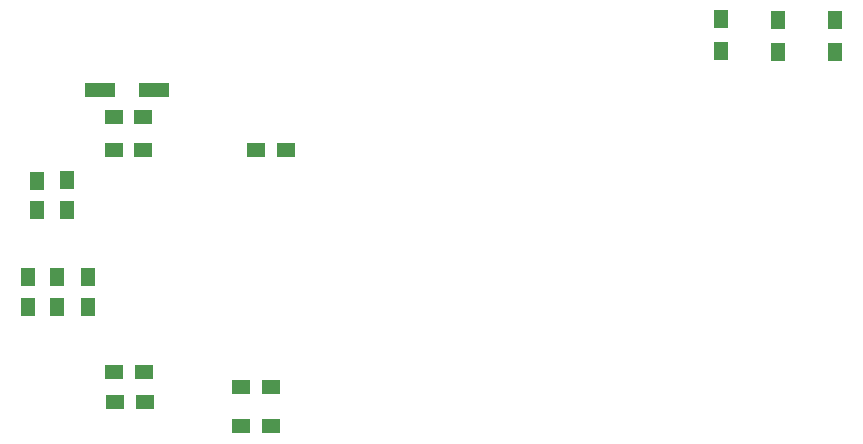
<source format=gbr>
G04 #@! TF.FileFunction,Paste,Bot*
%FSLAX46Y46*%
G04 Gerber Fmt 4.6, Leading zero omitted, Abs format (unit mm)*
G04 Created by KiCad (PCBNEW 4.0.7-e2-6376~58~ubuntu16.04.1) date Tue Apr 16 15:45:19 2019*
%MOMM*%
%LPD*%
G01*
G04 APERTURE LIST*
%ADD10C,0.100000*%
%ADD11R,1.500000X1.250000*%
%ADD12R,1.250000X1.500000*%
%ADD13R,2.598420X1.198880*%
%ADD14R,2.600960X1.198880*%
%ADD15R,1.300000X1.500000*%
G04 APERTURE END LIST*
D10*
D11*
X104751767Y-102097891D03*
X102251767Y-102097891D03*
X104751767Y-99314000D03*
X102251767Y-99314000D03*
X116820000Y-102108000D03*
X114320000Y-102108000D03*
D12*
X100051438Y-115378208D03*
X100051438Y-112878208D03*
X97426326Y-115378208D03*
X97426326Y-112878208D03*
X94971438Y-115358208D03*
X94971438Y-112858208D03*
X95758000Y-107188000D03*
X95758000Y-104688000D03*
D11*
X102283002Y-120921001D03*
X104783002Y-120921001D03*
X115550000Y-122174000D03*
X113050000Y-122174000D03*
D12*
X98298000Y-107168000D03*
X98298000Y-104668000D03*
D11*
X102382000Y-123444000D03*
X104882000Y-123444000D03*
X115550000Y-125476000D03*
X113050000Y-125476000D03*
D13*
X105664000Y-97028000D03*
D14*
X101061520Y-97028000D03*
D15*
X163322000Y-93815974D03*
X163322000Y-91115974D03*
X158496000Y-93815974D03*
X158496000Y-91115974D03*
X153670000Y-93735974D03*
X153670000Y-91035974D03*
M02*

</source>
